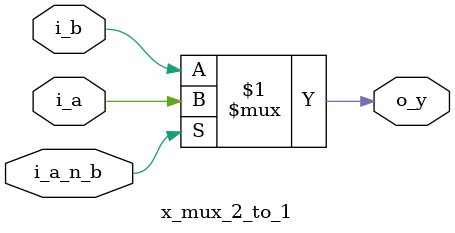
<source format=sv>
module x_mux_2_to_1(
   input    logic       i_a,
   input    logic       i_b,
   input    logic       i_a_n_b,
   output   logic       o_y
); 

   assign o_y = (i_a_n_b) ? i_a : i_b;
   
endmodule

</source>
